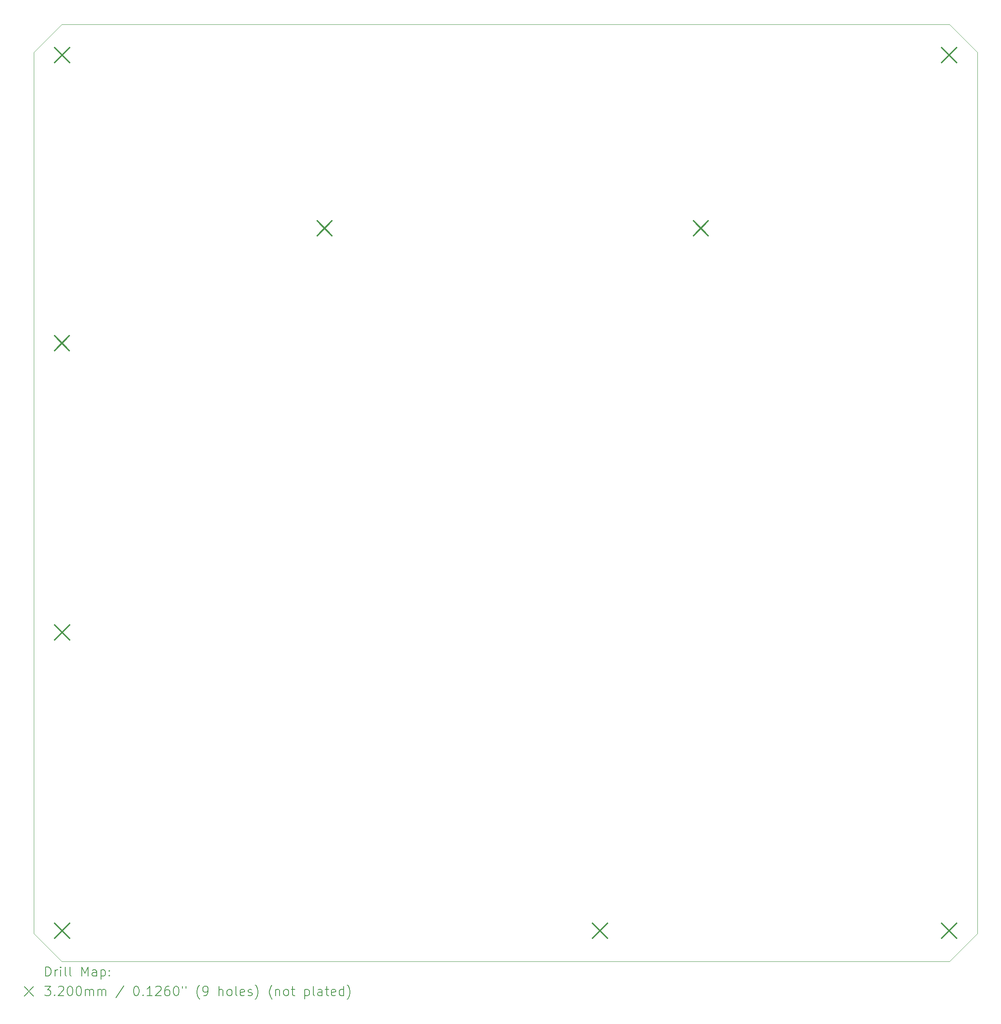
<source format=gbr>
%TF.GenerationSoftware,KiCad,Pcbnew,9.0.4*%
%TF.CreationDate,2025-11-09T15:05:19+13:00*%
%TF.ProjectId,AWS_CPU_Motherboard,4157535f-4350-4555-9f4d-6f7468657262,rev?*%
%TF.SameCoordinates,Original*%
%TF.FileFunction,Drillmap*%
%TF.FilePolarity,Positive*%
%FSLAX45Y45*%
G04 Gerber Fmt 4.5, Leading zero omitted, Abs format (unit mm)*
G04 Created by KiCad (PCBNEW 9.0.4) date 2025-11-09 15:05:19*
%MOMM*%
%LPD*%
G01*
G04 APERTURE LIST*
%ADD10C,0.050000*%
%ADD11C,0.200000*%
%ADD12C,0.320000*%
G04 APERTURE END LIST*
D10*
X24892000Y-45596000D02*
X25492000Y-46196000D01*
X24892000Y-26635000D02*
X24892000Y-45596000D01*
X44612000Y-26035000D02*
X25492000Y-26035000D01*
X45212000Y-45596000D02*
X44612000Y-46196000D01*
X44612000Y-46196000D02*
X25492000Y-46196000D01*
X45212000Y-45596000D02*
X45212000Y-26635000D01*
X25492000Y-26035000D02*
X24892000Y-26635000D01*
X44612000Y-26035000D02*
X45212000Y-26635000D01*
D11*
D12*
X25340000Y-32733000D02*
X25660000Y-33053000D01*
X25660000Y-32733000D02*
X25340000Y-33053000D01*
X25342000Y-26535000D02*
X25662000Y-26855000D01*
X25662000Y-26535000D02*
X25342000Y-26855000D01*
X25342000Y-38956000D02*
X25662000Y-39276000D01*
X25662000Y-38956000D02*
X25342000Y-39276000D01*
X25342000Y-45376000D02*
X25662000Y-45696000D01*
X25662000Y-45376000D02*
X25342000Y-45696000D01*
X30995640Y-30261580D02*
X31315640Y-30581580D01*
X31315640Y-30261580D02*
X30995640Y-30581580D01*
X36924000Y-45376000D02*
X37244000Y-45696000D01*
X37244000Y-45376000D02*
X36924000Y-45696000D01*
X39098240Y-30261580D02*
X39418240Y-30581580D01*
X39418240Y-30261580D02*
X39098240Y-30581580D01*
X44442000Y-26535000D02*
X44762000Y-26855000D01*
X44762000Y-26535000D02*
X44442000Y-26855000D01*
X44442000Y-45376000D02*
X44762000Y-45696000D01*
X44762000Y-45376000D02*
X44442000Y-45696000D01*
D11*
X25150277Y-46509984D02*
X25150277Y-46309984D01*
X25150277Y-46309984D02*
X25197896Y-46309984D01*
X25197896Y-46309984D02*
X25226467Y-46319508D01*
X25226467Y-46319508D02*
X25245515Y-46338555D01*
X25245515Y-46338555D02*
X25255039Y-46357603D01*
X25255039Y-46357603D02*
X25264562Y-46395698D01*
X25264562Y-46395698D02*
X25264562Y-46424269D01*
X25264562Y-46424269D02*
X25255039Y-46462365D01*
X25255039Y-46462365D02*
X25245515Y-46481412D01*
X25245515Y-46481412D02*
X25226467Y-46500460D01*
X25226467Y-46500460D02*
X25197896Y-46509984D01*
X25197896Y-46509984D02*
X25150277Y-46509984D01*
X25350277Y-46509984D02*
X25350277Y-46376650D01*
X25350277Y-46414746D02*
X25359801Y-46395698D01*
X25359801Y-46395698D02*
X25369324Y-46386174D01*
X25369324Y-46386174D02*
X25388372Y-46376650D01*
X25388372Y-46376650D02*
X25407420Y-46376650D01*
X25474086Y-46509984D02*
X25474086Y-46376650D01*
X25474086Y-46309984D02*
X25464562Y-46319508D01*
X25464562Y-46319508D02*
X25474086Y-46329031D01*
X25474086Y-46329031D02*
X25483610Y-46319508D01*
X25483610Y-46319508D02*
X25474086Y-46309984D01*
X25474086Y-46309984D02*
X25474086Y-46329031D01*
X25597896Y-46509984D02*
X25578848Y-46500460D01*
X25578848Y-46500460D02*
X25569324Y-46481412D01*
X25569324Y-46481412D02*
X25569324Y-46309984D01*
X25702658Y-46509984D02*
X25683610Y-46500460D01*
X25683610Y-46500460D02*
X25674086Y-46481412D01*
X25674086Y-46481412D02*
X25674086Y-46309984D01*
X25931229Y-46509984D02*
X25931229Y-46309984D01*
X25931229Y-46309984D02*
X25997896Y-46452841D01*
X25997896Y-46452841D02*
X26064562Y-46309984D01*
X26064562Y-46309984D02*
X26064562Y-46509984D01*
X26245515Y-46509984D02*
X26245515Y-46405222D01*
X26245515Y-46405222D02*
X26235991Y-46386174D01*
X26235991Y-46386174D02*
X26216943Y-46376650D01*
X26216943Y-46376650D02*
X26178848Y-46376650D01*
X26178848Y-46376650D02*
X26159801Y-46386174D01*
X26245515Y-46500460D02*
X26226467Y-46509984D01*
X26226467Y-46509984D02*
X26178848Y-46509984D01*
X26178848Y-46509984D02*
X26159801Y-46500460D01*
X26159801Y-46500460D02*
X26150277Y-46481412D01*
X26150277Y-46481412D02*
X26150277Y-46462365D01*
X26150277Y-46462365D02*
X26159801Y-46443317D01*
X26159801Y-46443317D02*
X26178848Y-46433793D01*
X26178848Y-46433793D02*
X26226467Y-46433793D01*
X26226467Y-46433793D02*
X26245515Y-46424269D01*
X26340753Y-46376650D02*
X26340753Y-46576650D01*
X26340753Y-46386174D02*
X26359801Y-46376650D01*
X26359801Y-46376650D02*
X26397896Y-46376650D01*
X26397896Y-46376650D02*
X26416943Y-46386174D01*
X26416943Y-46386174D02*
X26426467Y-46395698D01*
X26426467Y-46395698D02*
X26435991Y-46414746D01*
X26435991Y-46414746D02*
X26435991Y-46471888D01*
X26435991Y-46471888D02*
X26426467Y-46490936D01*
X26426467Y-46490936D02*
X26416943Y-46500460D01*
X26416943Y-46500460D02*
X26397896Y-46509984D01*
X26397896Y-46509984D02*
X26359801Y-46509984D01*
X26359801Y-46509984D02*
X26340753Y-46500460D01*
X26521705Y-46490936D02*
X26531229Y-46500460D01*
X26531229Y-46500460D02*
X26521705Y-46509984D01*
X26521705Y-46509984D02*
X26512182Y-46500460D01*
X26512182Y-46500460D02*
X26521705Y-46490936D01*
X26521705Y-46490936D02*
X26521705Y-46509984D01*
X26521705Y-46386174D02*
X26531229Y-46395698D01*
X26531229Y-46395698D02*
X26521705Y-46405222D01*
X26521705Y-46405222D02*
X26512182Y-46395698D01*
X26512182Y-46395698D02*
X26521705Y-46386174D01*
X26521705Y-46386174D02*
X26521705Y-46405222D01*
X24689500Y-46738500D02*
X24889500Y-46938500D01*
X24889500Y-46738500D02*
X24689500Y-46938500D01*
X25131229Y-46729984D02*
X25255039Y-46729984D01*
X25255039Y-46729984D02*
X25188372Y-46806174D01*
X25188372Y-46806174D02*
X25216943Y-46806174D01*
X25216943Y-46806174D02*
X25235991Y-46815698D01*
X25235991Y-46815698D02*
X25245515Y-46825222D01*
X25245515Y-46825222D02*
X25255039Y-46844269D01*
X25255039Y-46844269D02*
X25255039Y-46891888D01*
X25255039Y-46891888D02*
X25245515Y-46910936D01*
X25245515Y-46910936D02*
X25235991Y-46920460D01*
X25235991Y-46920460D02*
X25216943Y-46929984D01*
X25216943Y-46929984D02*
X25159801Y-46929984D01*
X25159801Y-46929984D02*
X25140753Y-46920460D01*
X25140753Y-46920460D02*
X25131229Y-46910936D01*
X25340753Y-46910936D02*
X25350277Y-46920460D01*
X25350277Y-46920460D02*
X25340753Y-46929984D01*
X25340753Y-46929984D02*
X25331229Y-46920460D01*
X25331229Y-46920460D02*
X25340753Y-46910936D01*
X25340753Y-46910936D02*
X25340753Y-46929984D01*
X25426467Y-46749031D02*
X25435991Y-46739508D01*
X25435991Y-46739508D02*
X25455039Y-46729984D01*
X25455039Y-46729984D02*
X25502658Y-46729984D01*
X25502658Y-46729984D02*
X25521705Y-46739508D01*
X25521705Y-46739508D02*
X25531229Y-46749031D01*
X25531229Y-46749031D02*
X25540753Y-46768079D01*
X25540753Y-46768079D02*
X25540753Y-46787127D01*
X25540753Y-46787127D02*
X25531229Y-46815698D01*
X25531229Y-46815698D02*
X25416943Y-46929984D01*
X25416943Y-46929984D02*
X25540753Y-46929984D01*
X25664562Y-46729984D02*
X25683610Y-46729984D01*
X25683610Y-46729984D02*
X25702658Y-46739508D01*
X25702658Y-46739508D02*
X25712182Y-46749031D01*
X25712182Y-46749031D02*
X25721705Y-46768079D01*
X25721705Y-46768079D02*
X25731229Y-46806174D01*
X25731229Y-46806174D02*
X25731229Y-46853793D01*
X25731229Y-46853793D02*
X25721705Y-46891888D01*
X25721705Y-46891888D02*
X25712182Y-46910936D01*
X25712182Y-46910936D02*
X25702658Y-46920460D01*
X25702658Y-46920460D02*
X25683610Y-46929984D01*
X25683610Y-46929984D02*
X25664562Y-46929984D01*
X25664562Y-46929984D02*
X25645515Y-46920460D01*
X25645515Y-46920460D02*
X25635991Y-46910936D01*
X25635991Y-46910936D02*
X25626467Y-46891888D01*
X25626467Y-46891888D02*
X25616943Y-46853793D01*
X25616943Y-46853793D02*
X25616943Y-46806174D01*
X25616943Y-46806174D02*
X25626467Y-46768079D01*
X25626467Y-46768079D02*
X25635991Y-46749031D01*
X25635991Y-46749031D02*
X25645515Y-46739508D01*
X25645515Y-46739508D02*
X25664562Y-46729984D01*
X25855039Y-46729984D02*
X25874086Y-46729984D01*
X25874086Y-46729984D02*
X25893134Y-46739508D01*
X25893134Y-46739508D02*
X25902658Y-46749031D01*
X25902658Y-46749031D02*
X25912182Y-46768079D01*
X25912182Y-46768079D02*
X25921705Y-46806174D01*
X25921705Y-46806174D02*
X25921705Y-46853793D01*
X25921705Y-46853793D02*
X25912182Y-46891888D01*
X25912182Y-46891888D02*
X25902658Y-46910936D01*
X25902658Y-46910936D02*
X25893134Y-46920460D01*
X25893134Y-46920460D02*
X25874086Y-46929984D01*
X25874086Y-46929984D02*
X25855039Y-46929984D01*
X25855039Y-46929984D02*
X25835991Y-46920460D01*
X25835991Y-46920460D02*
X25826467Y-46910936D01*
X25826467Y-46910936D02*
X25816943Y-46891888D01*
X25816943Y-46891888D02*
X25807420Y-46853793D01*
X25807420Y-46853793D02*
X25807420Y-46806174D01*
X25807420Y-46806174D02*
X25816943Y-46768079D01*
X25816943Y-46768079D02*
X25826467Y-46749031D01*
X25826467Y-46749031D02*
X25835991Y-46739508D01*
X25835991Y-46739508D02*
X25855039Y-46729984D01*
X26007420Y-46929984D02*
X26007420Y-46796650D01*
X26007420Y-46815698D02*
X26016943Y-46806174D01*
X26016943Y-46806174D02*
X26035991Y-46796650D01*
X26035991Y-46796650D02*
X26064563Y-46796650D01*
X26064563Y-46796650D02*
X26083610Y-46806174D01*
X26083610Y-46806174D02*
X26093134Y-46825222D01*
X26093134Y-46825222D02*
X26093134Y-46929984D01*
X26093134Y-46825222D02*
X26102658Y-46806174D01*
X26102658Y-46806174D02*
X26121705Y-46796650D01*
X26121705Y-46796650D02*
X26150277Y-46796650D01*
X26150277Y-46796650D02*
X26169324Y-46806174D01*
X26169324Y-46806174D02*
X26178848Y-46825222D01*
X26178848Y-46825222D02*
X26178848Y-46929984D01*
X26274086Y-46929984D02*
X26274086Y-46796650D01*
X26274086Y-46815698D02*
X26283610Y-46806174D01*
X26283610Y-46806174D02*
X26302658Y-46796650D01*
X26302658Y-46796650D02*
X26331229Y-46796650D01*
X26331229Y-46796650D02*
X26350277Y-46806174D01*
X26350277Y-46806174D02*
X26359801Y-46825222D01*
X26359801Y-46825222D02*
X26359801Y-46929984D01*
X26359801Y-46825222D02*
X26369324Y-46806174D01*
X26369324Y-46806174D02*
X26388372Y-46796650D01*
X26388372Y-46796650D02*
X26416943Y-46796650D01*
X26416943Y-46796650D02*
X26435991Y-46806174D01*
X26435991Y-46806174D02*
X26445515Y-46825222D01*
X26445515Y-46825222D02*
X26445515Y-46929984D01*
X26835991Y-46720460D02*
X26664563Y-46977603D01*
X27093134Y-46729984D02*
X27112182Y-46729984D01*
X27112182Y-46729984D02*
X27131229Y-46739508D01*
X27131229Y-46739508D02*
X27140753Y-46749031D01*
X27140753Y-46749031D02*
X27150277Y-46768079D01*
X27150277Y-46768079D02*
X27159801Y-46806174D01*
X27159801Y-46806174D02*
X27159801Y-46853793D01*
X27159801Y-46853793D02*
X27150277Y-46891888D01*
X27150277Y-46891888D02*
X27140753Y-46910936D01*
X27140753Y-46910936D02*
X27131229Y-46920460D01*
X27131229Y-46920460D02*
X27112182Y-46929984D01*
X27112182Y-46929984D02*
X27093134Y-46929984D01*
X27093134Y-46929984D02*
X27074086Y-46920460D01*
X27074086Y-46920460D02*
X27064563Y-46910936D01*
X27064563Y-46910936D02*
X27055039Y-46891888D01*
X27055039Y-46891888D02*
X27045515Y-46853793D01*
X27045515Y-46853793D02*
X27045515Y-46806174D01*
X27045515Y-46806174D02*
X27055039Y-46768079D01*
X27055039Y-46768079D02*
X27064563Y-46749031D01*
X27064563Y-46749031D02*
X27074086Y-46739508D01*
X27074086Y-46739508D02*
X27093134Y-46729984D01*
X27245515Y-46910936D02*
X27255039Y-46920460D01*
X27255039Y-46920460D02*
X27245515Y-46929984D01*
X27245515Y-46929984D02*
X27235991Y-46920460D01*
X27235991Y-46920460D02*
X27245515Y-46910936D01*
X27245515Y-46910936D02*
X27245515Y-46929984D01*
X27445515Y-46929984D02*
X27331229Y-46929984D01*
X27388372Y-46929984D02*
X27388372Y-46729984D01*
X27388372Y-46729984D02*
X27369325Y-46758555D01*
X27369325Y-46758555D02*
X27350277Y-46777603D01*
X27350277Y-46777603D02*
X27331229Y-46787127D01*
X27521706Y-46749031D02*
X27531229Y-46739508D01*
X27531229Y-46739508D02*
X27550277Y-46729984D01*
X27550277Y-46729984D02*
X27597896Y-46729984D01*
X27597896Y-46729984D02*
X27616944Y-46739508D01*
X27616944Y-46739508D02*
X27626467Y-46749031D01*
X27626467Y-46749031D02*
X27635991Y-46768079D01*
X27635991Y-46768079D02*
X27635991Y-46787127D01*
X27635991Y-46787127D02*
X27626467Y-46815698D01*
X27626467Y-46815698D02*
X27512182Y-46929984D01*
X27512182Y-46929984D02*
X27635991Y-46929984D01*
X27807420Y-46729984D02*
X27769325Y-46729984D01*
X27769325Y-46729984D02*
X27750277Y-46739508D01*
X27750277Y-46739508D02*
X27740753Y-46749031D01*
X27740753Y-46749031D02*
X27721706Y-46777603D01*
X27721706Y-46777603D02*
X27712182Y-46815698D01*
X27712182Y-46815698D02*
X27712182Y-46891888D01*
X27712182Y-46891888D02*
X27721706Y-46910936D01*
X27721706Y-46910936D02*
X27731229Y-46920460D01*
X27731229Y-46920460D02*
X27750277Y-46929984D01*
X27750277Y-46929984D02*
X27788372Y-46929984D01*
X27788372Y-46929984D02*
X27807420Y-46920460D01*
X27807420Y-46920460D02*
X27816944Y-46910936D01*
X27816944Y-46910936D02*
X27826467Y-46891888D01*
X27826467Y-46891888D02*
X27826467Y-46844269D01*
X27826467Y-46844269D02*
X27816944Y-46825222D01*
X27816944Y-46825222D02*
X27807420Y-46815698D01*
X27807420Y-46815698D02*
X27788372Y-46806174D01*
X27788372Y-46806174D02*
X27750277Y-46806174D01*
X27750277Y-46806174D02*
X27731229Y-46815698D01*
X27731229Y-46815698D02*
X27721706Y-46825222D01*
X27721706Y-46825222D02*
X27712182Y-46844269D01*
X27950277Y-46729984D02*
X27969325Y-46729984D01*
X27969325Y-46729984D02*
X27988372Y-46739508D01*
X27988372Y-46739508D02*
X27997896Y-46749031D01*
X27997896Y-46749031D02*
X28007420Y-46768079D01*
X28007420Y-46768079D02*
X28016944Y-46806174D01*
X28016944Y-46806174D02*
X28016944Y-46853793D01*
X28016944Y-46853793D02*
X28007420Y-46891888D01*
X28007420Y-46891888D02*
X27997896Y-46910936D01*
X27997896Y-46910936D02*
X27988372Y-46920460D01*
X27988372Y-46920460D02*
X27969325Y-46929984D01*
X27969325Y-46929984D02*
X27950277Y-46929984D01*
X27950277Y-46929984D02*
X27931229Y-46920460D01*
X27931229Y-46920460D02*
X27921706Y-46910936D01*
X27921706Y-46910936D02*
X27912182Y-46891888D01*
X27912182Y-46891888D02*
X27902658Y-46853793D01*
X27902658Y-46853793D02*
X27902658Y-46806174D01*
X27902658Y-46806174D02*
X27912182Y-46768079D01*
X27912182Y-46768079D02*
X27921706Y-46749031D01*
X27921706Y-46749031D02*
X27931229Y-46739508D01*
X27931229Y-46739508D02*
X27950277Y-46729984D01*
X28093134Y-46729984D02*
X28093134Y-46768079D01*
X28169325Y-46729984D02*
X28169325Y-46768079D01*
X28464563Y-47006174D02*
X28455039Y-46996650D01*
X28455039Y-46996650D02*
X28435991Y-46968079D01*
X28435991Y-46968079D02*
X28426468Y-46949031D01*
X28426468Y-46949031D02*
X28416944Y-46920460D01*
X28416944Y-46920460D02*
X28407420Y-46872841D01*
X28407420Y-46872841D02*
X28407420Y-46834746D01*
X28407420Y-46834746D02*
X28416944Y-46787127D01*
X28416944Y-46787127D02*
X28426468Y-46758555D01*
X28426468Y-46758555D02*
X28435991Y-46739508D01*
X28435991Y-46739508D02*
X28455039Y-46710936D01*
X28455039Y-46710936D02*
X28464563Y-46701412D01*
X28550277Y-46929984D02*
X28588372Y-46929984D01*
X28588372Y-46929984D02*
X28607420Y-46920460D01*
X28607420Y-46920460D02*
X28616944Y-46910936D01*
X28616944Y-46910936D02*
X28635991Y-46882365D01*
X28635991Y-46882365D02*
X28645515Y-46844269D01*
X28645515Y-46844269D02*
X28645515Y-46768079D01*
X28645515Y-46768079D02*
X28635991Y-46749031D01*
X28635991Y-46749031D02*
X28626468Y-46739508D01*
X28626468Y-46739508D02*
X28607420Y-46729984D01*
X28607420Y-46729984D02*
X28569325Y-46729984D01*
X28569325Y-46729984D02*
X28550277Y-46739508D01*
X28550277Y-46739508D02*
X28540753Y-46749031D01*
X28540753Y-46749031D02*
X28531229Y-46768079D01*
X28531229Y-46768079D02*
X28531229Y-46815698D01*
X28531229Y-46815698D02*
X28540753Y-46834746D01*
X28540753Y-46834746D02*
X28550277Y-46844269D01*
X28550277Y-46844269D02*
X28569325Y-46853793D01*
X28569325Y-46853793D02*
X28607420Y-46853793D01*
X28607420Y-46853793D02*
X28626468Y-46844269D01*
X28626468Y-46844269D02*
X28635991Y-46834746D01*
X28635991Y-46834746D02*
X28645515Y-46815698D01*
X28883610Y-46929984D02*
X28883610Y-46729984D01*
X28969325Y-46929984D02*
X28969325Y-46825222D01*
X28969325Y-46825222D02*
X28959801Y-46806174D01*
X28959801Y-46806174D02*
X28940753Y-46796650D01*
X28940753Y-46796650D02*
X28912182Y-46796650D01*
X28912182Y-46796650D02*
X28893134Y-46806174D01*
X28893134Y-46806174D02*
X28883610Y-46815698D01*
X29093134Y-46929984D02*
X29074087Y-46920460D01*
X29074087Y-46920460D02*
X29064563Y-46910936D01*
X29064563Y-46910936D02*
X29055039Y-46891888D01*
X29055039Y-46891888D02*
X29055039Y-46834746D01*
X29055039Y-46834746D02*
X29064563Y-46815698D01*
X29064563Y-46815698D02*
X29074087Y-46806174D01*
X29074087Y-46806174D02*
X29093134Y-46796650D01*
X29093134Y-46796650D02*
X29121706Y-46796650D01*
X29121706Y-46796650D02*
X29140753Y-46806174D01*
X29140753Y-46806174D02*
X29150277Y-46815698D01*
X29150277Y-46815698D02*
X29159801Y-46834746D01*
X29159801Y-46834746D02*
X29159801Y-46891888D01*
X29159801Y-46891888D02*
X29150277Y-46910936D01*
X29150277Y-46910936D02*
X29140753Y-46920460D01*
X29140753Y-46920460D02*
X29121706Y-46929984D01*
X29121706Y-46929984D02*
X29093134Y-46929984D01*
X29274087Y-46929984D02*
X29255039Y-46920460D01*
X29255039Y-46920460D02*
X29245515Y-46901412D01*
X29245515Y-46901412D02*
X29245515Y-46729984D01*
X29426468Y-46920460D02*
X29407420Y-46929984D01*
X29407420Y-46929984D02*
X29369325Y-46929984D01*
X29369325Y-46929984D02*
X29350277Y-46920460D01*
X29350277Y-46920460D02*
X29340753Y-46901412D01*
X29340753Y-46901412D02*
X29340753Y-46825222D01*
X29340753Y-46825222D02*
X29350277Y-46806174D01*
X29350277Y-46806174D02*
X29369325Y-46796650D01*
X29369325Y-46796650D02*
X29407420Y-46796650D01*
X29407420Y-46796650D02*
X29426468Y-46806174D01*
X29426468Y-46806174D02*
X29435991Y-46825222D01*
X29435991Y-46825222D02*
X29435991Y-46844269D01*
X29435991Y-46844269D02*
X29340753Y-46863317D01*
X29512182Y-46920460D02*
X29531230Y-46929984D01*
X29531230Y-46929984D02*
X29569325Y-46929984D01*
X29569325Y-46929984D02*
X29588372Y-46920460D01*
X29588372Y-46920460D02*
X29597896Y-46901412D01*
X29597896Y-46901412D02*
X29597896Y-46891888D01*
X29597896Y-46891888D02*
X29588372Y-46872841D01*
X29588372Y-46872841D02*
X29569325Y-46863317D01*
X29569325Y-46863317D02*
X29540753Y-46863317D01*
X29540753Y-46863317D02*
X29521706Y-46853793D01*
X29521706Y-46853793D02*
X29512182Y-46834746D01*
X29512182Y-46834746D02*
X29512182Y-46825222D01*
X29512182Y-46825222D02*
X29521706Y-46806174D01*
X29521706Y-46806174D02*
X29540753Y-46796650D01*
X29540753Y-46796650D02*
X29569325Y-46796650D01*
X29569325Y-46796650D02*
X29588372Y-46806174D01*
X29664563Y-47006174D02*
X29674087Y-46996650D01*
X29674087Y-46996650D02*
X29693134Y-46968079D01*
X29693134Y-46968079D02*
X29702658Y-46949031D01*
X29702658Y-46949031D02*
X29712182Y-46920460D01*
X29712182Y-46920460D02*
X29721706Y-46872841D01*
X29721706Y-46872841D02*
X29721706Y-46834746D01*
X29721706Y-46834746D02*
X29712182Y-46787127D01*
X29712182Y-46787127D02*
X29702658Y-46758555D01*
X29702658Y-46758555D02*
X29693134Y-46739508D01*
X29693134Y-46739508D02*
X29674087Y-46710936D01*
X29674087Y-46710936D02*
X29664563Y-46701412D01*
X30026468Y-47006174D02*
X30016944Y-46996650D01*
X30016944Y-46996650D02*
X29997896Y-46968079D01*
X29997896Y-46968079D02*
X29988372Y-46949031D01*
X29988372Y-46949031D02*
X29978849Y-46920460D01*
X29978849Y-46920460D02*
X29969325Y-46872841D01*
X29969325Y-46872841D02*
X29969325Y-46834746D01*
X29969325Y-46834746D02*
X29978849Y-46787127D01*
X29978849Y-46787127D02*
X29988372Y-46758555D01*
X29988372Y-46758555D02*
X29997896Y-46739508D01*
X29997896Y-46739508D02*
X30016944Y-46710936D01*
X30016944Y-46710936D02*
X30026468Y-46701412D01*
X30102658Y-46796650D02*
X30102658Y-46929984D01*
X30102658Y-46815698D02*
X30112182Y-46806174D01*
X30112182Y-46806174D02*
X30131230Y-46796650D01*
X30131230Y-46796650D02*
X30159801Y-46796650D01*
X30159801Y-46796650D02*
X30178849Y-46806174D01*
X30178849Y-46806174D02*
X30188372Y-46825222D01*
X30188372Y-46825222D02*
X30188372Y-46929984D01*
X30312182Y-46929984D02*
X30293134Y-46920460D01*
X30293134Y-46920460D02*
X30283611Y-46910936D01*
X30283611Y-46910936D02*
X30274087Y-46891888D01*
X30274087Y-46891888D02*
X30274087Y-46834746D01*
X30274087Y-46834746D02*
X30283611Y-46815698D01*
X30283611Y-46815698D02*
X30293134Y-46806174D01*
X30293134Y-46806174D02*
X30312182Y-46796650D01*
X30312182Y-46796650D02*
X30340753Y-46796650D01*
X30340753Y-46796650D02*
X30359801Y-46806174D01*
X30359801Y-46806174D02*
X30369325Y-46815698D01*
X30369325Y-46815698D02*
X30378849Y-46834746D01*
X30378849Y-46834746D02*
X30378849Y-46891888D01*
X30378849Y-46891888D02*
X30369325Y-46910936D01*
X30369325Y-46910936D02*
X30359801Y-46920460D01*
X30359801Y-46920460D02*
X30340753Y-46929984D01*
X30340753Y-46929984D02*
X30312182Y-46929984D01*
X30435992Y-46796650D02*
X30512182Y-46796650D01*
X30464563Y-46729984D02*
X30464563Y-46901412D01*
X30464563Y-46901412D02*
X30474087Y-46920460D01*
X30474087Y-46920460D02*
X30493134Y-46929984D01*
X30493134Y-46929984D02*
X30512182Y-46929984D01*
X30731230Y-46796650D02*
X30731230Y-46996650D01*
X30731230Y-46806174D02*
X30750277Y-46796650D01*
X30750277Y-46796650D02*
X30788373Y-46796650D01*
X30788373Y-46796650D02*
X30807420Y-46806174D01*
X30807420Y-46806174D02*
X30816944Y-46815698D01*
X30816944Y-46815698D02*
X30826468Y-46834746D01*
X30826468Y-46834746D02*
X30826468Y-46891888D01*
X30826468Y-46891888D02*
X30816944Y-46910936D01*
X30816944Y-46910936D02*
X30807420Y-46920460D01*
X30807420Y-46920460D02*
X30788373Y-46929984D01*
X30788373Y-46929984D02*
X30750277Y-46929984D01*
X30750277Y-46929984D02*
X30731230Y-46920460D01*
X30940753Y-46929984D02*
X30921706Y-46920460D01*
X30921706Y-46920460D02*
X30912182Y-46901412D01*
X30912182Y-46901412D02*
X30912182Y-46729984D01*
X31102658Y-46929984D02*
X31102658Y-46825222D01*
X31102658Y-46825222D02*
X31093134Y-46806174D01*
X31093134Y-46806174D02*
X31074087Y-46796650D01*
X31074087Y-46796650D02*
X31035992Y-46796650D01*
X31035992Y-46796650D02*
X31016944Y-46806174D01*
X31102658Y-46920460D02*
X31083611Y-46929984D01*
X31083611Y-46929984D02*
X31035992Y-46929984D01*
X31035992Y-46929984D02*
X31016944Y-46920460D01*
X31016944Y-46920460D02*
X31007420Y-46901412D01*
X31007420Y-46901412D02*
X31007420Y-46882365D01*
X31007420Y-46882365D02*
X31016944Y-46863317D01*
X31016944Y-46863317D02*
X31035992Y-46853793D01*
X31035992Y-46853793D02*
X31083611Y-46853793D01*
X31083611Y-46853793D02*
X31102658Y-46844269D01*
X31169325Y-46796650D02*
X31245515Y-46796650D01*
X31197896Y-46729984D02*
X31197896Y-46901412D01*
X31197896Y-46901412D02*
X31207420Y-46920460D01*
X31207420Y-46920460D02*
X31226468Y-46929984D01*
X31226468Y-46929984D02*
X31245515Y-46929984D01*
X31388373Y-46920460D02*
X31369325Y-46929984D01*
X31369325Y-46929984D02*
X31331230Y-46929984D01*
X31331230Y-46929984D02*
X31312182Y-46920460D01*
X31312182Y-46920460D02*
X31302658Y-46901412D01*
X31302658Y-46901412D02*
X31302658Y-46825222D01*
X31302658Y-46825222D02*
X31312182Y-46806174D01*
X31312182Y-46806174D02*
X31331230Y-46796650D01*
X31331230Y-46796650D02*
X31369325Y-46796650D01*
X31369325Y-46796650D02*
X31388373Y-46806174D01*
X31388373Y-46806174D02*
X31397896Y-46825222D01*
X31397896Y-46825222D02*
X31397896Y-46844269D01*
X31397896Y-46844269D02*
X31302658Y-46863317D01*
X31569325Y-46929984D02*
X31569325Y-46729984D01*
X31569325Y-46920460D02*
X31550277Y-46929984D01*
X31550277Y-46929984D02*
X31512182Y-46929984D01*
X31512182Y-46929984D02*
X31493134Y-46920460D01*
X31493134Y-46920460D02*
X31483611Y-46910936D01*
X31483611Y-46910936D02*
X31474087Y-46891888D01*
X31474087Y-46891888D02*
X31474087Y-46834746D01*
X31474087Y-46834746D02*
X31483611Y-46815698D01*
X31483611Y-46815698D02*
X31493134Y-46806174D01*
X31493134Y-46806174D02*
X31512182Y-46796650D01*
X31512182Y-46796650D02*
X31550277Y-46796650D01*
X31550277Y-46796650D02*
X31569325Y-46806174D01*
X31645515Y-47006174D02*
X31655039Y-46996650D01*
X31655039Y-46996650D02*
X31674087Y-46968079D01*
X31674087Y-46968079D02*
X31683611Y-46949031D01*
X31683611Y-46949031D02*
X31693134Y-46920460D01*
X31693134Y-46920460D02*
X31702658Y-46872841D01*
X31702658Y-46872841D02*
X31702658Y-46834746D01*
X31702658Y-46834746D02*
X31693134Y-46787127D01*
X31693134Y-46787127D02*
X31683611Y-46758555D01*
X31683611Y-46758555D02*
X31674087Y-46739508D01*
X31674087Y-46739508D02*
X31655039Y-46710936D01*
X31655039Y-46710936D02*
X31645515Y-46701412D01*
M02*

</source>
